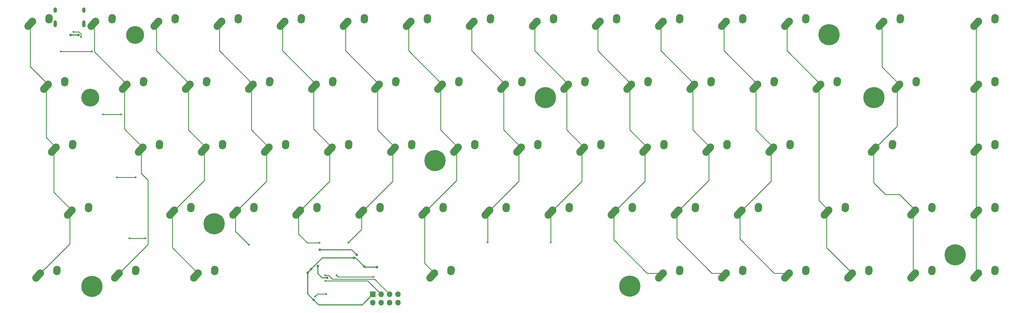
<source format=gtl>
G04 #@! TF.GenerationSoftware,KiCad,Pcbnew,(6.0.2)*
G04 #@! TF.CreationDate,2022-08-27T10:29:13-07:00*
G04 #@! TF.ProjectId,Alps68,416c7073-3638-42e6-9b69-6361645f7063,A*
G04 #@! TF.SameCoordinates,Original*
G04 #@! TF.FileFunction,Copper,L1,Top*
G04 #@! TF.FilePolarity,Positive*
%FSLAX46Y46*%
G04 Gerber Fmt 4.6, Leading zero omitted, Abs format (unit mm)*
G04 Created by KiCad (PCBNEW (6.0.2)) date 2022-08-27 10:29:13*
%MOMM*%
%LPD*%
G01*
G04 APERTURE LIST*
G04 Aperture macros list*
%AMHorizOval*
0 Thick line with rounded ends*
0 $1 width*
0 $2 $3 position (X,Y) of the first rounded end (center of the circle)*
0 $4 $5 position (X,Y) of the second rounded end (center of the circle)*
0 Add line between two ends*
20,1,$1,$2,$3,$4,$5,0*
0 Add two circle primitives to create the rounded ends*
1,1,$1,$2,$3*
1,1,$1,$4,$5*%
G04 Aperture macros list end*
G04 #@! TA.AperFunction,ComponentPad*
%ADD10C,2.250000*%
G04 #@! TD*
G04 #@! TA.AperFunction,ComponentPad*
%ADD11HorizOval,2.250000X0.655008X0.729993X-0.655008X-0.729993X0*%
G04 #@! TD*
G04 #@! TA.AperFunction,ComponentPad*
%ADD12HorizOval,2.250000X0.020004X0.290000X-0.020004X-0.290000X0*%
G04 #@! TD*
G04 #@! TA.AperFunction,ComponentPad*
%ADD13C,0.800000*%
G04 #@! TD*
G04 #@! TA.AperFunction,ComponentPad*
%ADD14C,6.400000*%
G04 #@! TD*
G04 #@! TA.AperFunction,ComponentPad*
%ADD15C,5.400000*%
G04 #@! TD*
G04 #@! TA.AperFunction,ComponentPad*
%ADD16O,1.000000X2.100000*%
G04 #@! TD*
G04 #@! TA.AperFunction,ComponentPad*
%ADD17O,1.000000X1.600000*%
G04 #@! TD*
G04 #@! TA.AperFunction,ComponentPad*
%ADD18R,1.700000X1.700000*%
G04 #@! TD*
G04 #@! TA.AperFunction,ComponentPad*
%ADD19O,1.700000X1.700000*%
G04 #@! TD*
G04 #@! TA.AperFunction,ViaPad*
%ADD20C,0.800000*%
G04 #@! TD*
G04 #@! TA.AperFunction,ViaPad*
%ADD21C,0.600000*%
G04 #@! TD*
G04 #@! TA.AperFunction,Conductor*
%ADD22C,0.300000*%
G04 #@! TD*
G04 #@! TA.AperFunction,Conductor*
%ADD23C,0.250000*%
G04 #@! TD*
G04 APERTURE END LIST*
D10*
X166025000Y-50260660D03*
D11*
X165370008Y-50990667D03*
D12*
X171045004Y-49470660D03*
D10*
X171065000Y-49180660D03*
X227937500Y-107410660D03*
D11*
X227282508Y-108140667D03*
D10*
X232977500Y-106330660D03*
D12*
X232957504Y-106620660D03*
D10*
X35056250Y-126460660D03*
D11*
X34401258Y-127190667D03*
D12*
X40076254Y-125670660D03*
D10*
X40096250Y-125380660D03*
X194600000Y-69310660D03*
D11*
X193945008Y-70040667D03*
D12*
X199620004Y-68520660D03*
D10*
X199640000Y-68230660D03*
X89825000Y-50260660D03*
D11*
X89170008Y-50990667D03*
D12*
X94845004Y-49470660D03*
D10*
X94865000Y-49180660D03*
D11*
X51070008Y-50990667D03*
D10*
X51725000Y-50260660D03*
X56765000Y-49180660D03*
D12*
X56745004Y-49470660D03*
D11*
X136795008Y-70040667D03*
D10*
X137450000Y-69310660D03*
D12*
X142470004Y-68520660D03*
D10*
X142490000Y-68230660D03*
D11*
X217757508Y-89090667D03*
D10*
X218412500Y-88360660D03*
X223452500Y-87280660D03*
D12*
X223432504Y-87570660D03*
D13*
X313087676Y-122717196D03*
X313087676Y-119123084D03*
X309693564Y-119123084D03*
X309693564Y-122717196D03*
D14*
X311390620Y-120920140D03*
D13*
X311390620Y-123320140D03*
X311390620Y-118520140D03*
D10*
X294612500Y-69310660D03*
D11*
X293957508Y-70040667D03*
D12*
X299632504Y-68520660D03*
D10*
X299652500Y-68230660D03*
X108875000Y-50260660D03*
D11*
X108220008Y-50990667D03*
D10*
X113915000Y-49180660D03*
D12*
X113895004Y-49470660D03*
D10*
X280325000Y-126460660D03*
D11*
X279670008Y-127190667D03*
D12*
X285345004Y-125670660D03*
D10*
X285365000Y-125380660D03*
X318425000Y-69310660D03*
D11*
X317770008Y-70040667D03*
D12*
X323445004Y-68520660D03*
D10*
X323465000Y-68230660D03*
D11*
X84407508Y-89090667D03*
D10*
X85062500Y-88360660D03*
X90102500Y-87280660D03*
D12*
X90082504Y-87570660D03*
D10*
X70775000Y-50260660D03*
D11*
X70120008Y-50990667D03*
D10*
X75815000Y-49180660D03*
D12*
X75795004Y-49470660D03*
D11*
X122507508Y-89090667D03*
D10*
X123162500Y-88360660D03*
D12*
X128182504Y-87570660D03*
D10*
X128202500Y-87280660D03*
X118400000Y-69310660D03*
D11*
X117745008Y-70040667D03*
D12*
X123420004Y-68520660D03*
D10*
X123440000Y-68230660D03*
D11*
X208232508Y-108140667D03*
D10*
X208887500Y-107410660D03*
X213927500Y-106330660D03*
D12*
X213907504Y-106620660D03*
D11*
X255857508Y-89090667D03*
D10*
X256512500Y-88360660D03*
X261552500Y-87280660D03*
D12*
X261532504Y-87570660D03*
D10*
X44581250Y-107410660D03*
D11*
X43926258Y-108140667D03*
D12*
X49601254Y-106620660D03*
D10*
X49621250Y-106330660D03*
D11*
X270145008Y-70040667D03*
D10*
X270800000Y-69310660D03*
X275840000Y-68230660D03*
D12*
X275820004Y-68520660D03*
D11*
X184420008Y-50990667D03*
D10*
X185075000Y-50260660D03*
X190115000Y-49180660D03*
D12*
X190095004Y-49470660D03*
D10*
X161262500Y-88360660D03*
D11*
X160607508Y-89090667D03*
D12*
X166282504Y-87570660D03*
D10*
X166302500Y-87280660D03*
X58868750Y-126460660D03*
D11*
X58213758Y-127190667D03*
D12*
X63888754Y-125670660D03*
D10*
X63908750Y-125380660D03*
D11*
X65357508Y-89090667D03*
D10*
X66012500Y-88360660D03*
D12*
X71032504Y-87570660D03*
D10*
X71052500Y-87280660D03*
X32675000Y-50260660D03*
D11*
X32020008Y-50990667D03*
D12*
X37695004Y-49470660D03*
D10*
X37715000Y-49180660D03*
D15*
X63659140Y-54347020D03*
D10*
X189837500Y-107410660D03*
D11*
X189182508Y-108140667D03*
D12*
X194857504Y-106620660D03*
D10*
X194877500Y-106330660D03*
D11*
X112982508Y-108140667D03*
D10*
X113637500Y-107410660D03*
D12*
X118657504Y-106620660D03*
D10*
X118677500Y-106330660D03*
X232700000Y-69310660D03*
D11*
X232045008Y-70040667D03*
D12*
X237720004Y-68520660D03*
D10*
X237740000Y-68230660D03*
D11*
X132032508Y-108140667D03*
D10*
X132687500Y-107410660D03*
X137727500Y-106330660D03*
D12*
X137707504Y-106620660D03*
D11*
X36782508Y-70040667D03*
D10*
X37437500Y-69310660D03*
X42477500Y-68230660D03*
D12*
X42457504Y-68520660D03*
D10*
X75537500Y-107410660D03*
D11*
X74882508Y-108140667D03*
D10*
X80577500Y-106330660D03*
D12*
X80557504Y-106620660D03*
D10*
X170787500Y-107410660D03*
D11*
X170132508Y-108140667D03*
D12*
X175807504Y-106620660D03*
D10*
X175827500Y-106330660D03*
D11*
X317770008Y-127190667D03*
D10*
X318425000Y-126460660D03*
D12*
X323445004Y-125670660D03*
D10*
X323465000Y-125380660D03*
X199362500Y-88360660D03*
D11*
X198707508Y-89090667D03*
D10*
X204402500Y-87280660D03*
D12*
X204382504Y-87570660D03*
D11*
X39163758Y-89090667D03*
D10*
X39818750Y-88360660D03*
D12*
X44838754Y-87570660D03*
D10*
X44858750Y-87280660D03*
D11*
X103457508Y-89090667D03*
D10*
X104112500Y-88360660D03*
X109152500Y-87280660D03*
D12*
X109132504Y-87570660D03*
D10*
X318425000Y-88360660D03*
D11*
X317770008Y-89090667D03*
D12*
X323445004Y-87570660D03*
D10*
X323465000Y-87280660D03*
X213650000Y-69310660D03*
D11*
X212995008Y-70040667D03*
D12*
X218670004Y-68520660D03*
D10*
X218690000Y-68230660D03*
X318425000Y-50260660D03*
D11*
X317770008Y-50990667D03*
D12*
X323445004Y-49470660D03*
D10*
X323465000Y-49180660D03*
X204125000Y-50260660D03*
D11*
X203470008Y-50990667D03*
D10*
X209165000Y-49180660D03*
D12*
X209145004Y-49470660D03*
D10*
X273181250Y-107410660D03*
D11*
X272526258Y-108140667D03*
D10*
X278221250Y-106330660D03*
D12*
X278201254Y-106620660D03*
D11*
X151082508Y-108140667D03*
D10*
X151737500Y-107410660D03*
X156777500Y-106330660D03*
D12*
X156757504Y-106620660D03*
D10*
X246987500Y-107410660D03*
D11*
X246332508Y-108140667D03*
D12*
X252007504Y-106620660D03*
D10*
X252027500Y-106330660D03*
X127925000Y-50260660D03*
D11*
X127270008Y-50990667D03*
D12*
X132945004Y-49470660D03*
D10*
X132965000Y-49180660D03*
X287468750Y-88360660D03*
D11*
X286813758Y-89090667D03*
D10*
X292508750Y-87280660D03*
D12*
X292488754Y-87570660D03*
D10*
X299375000Y-126460660D03*
D11*
X298720008Y-127190667D03*
D12*
X304395004Y-125670660D03*
D10*
X304415000Y-125380660D03*
D13*
X187600980Y-75710660D03*
X189298036Y-71513604D03*
D14*
X187600980Y-73310660D03*
D13*
X185903924Y-75107716D03*
X185903924Y-71513604D03*
X189298036Y-75107716D03*
X187600980Y-70910660D03*
D14*
X273366620Y-54301300D03*
D13*
X271669564Y-56098356D03*
X273366620Y-51901300D03*
X271669564Y-52504244D03*
X275063676Y-56098356D03*
X273366620Y-56701300D03*
X275063676Y-52504244D03*
X52341236Y-128638204D03*
X52341236Y-132232316D03*
X50644180Y-132835260D03*
X48947124Y-128638204D03*
X50644180Y-128035260D03*
D14*
X50644180Y-130435260D03*
D13*
X48947124Y-132232316D03*
D10*
X146975000Y-50260660D03*
D11*
X146320008Y-50990667D03*
D12*
X151995004Y-49470660D03*
D10*
X152015000Y-49180660D03*
D13*
X155973236Y-90563604D03*
D14*
X154276180Y-92360660D03*
D13*
X155973236Y-94157716D03*
X154276180Y-89960660D03*
X152579124Y-90563604D03*
X154276180Y-94760660D03*
X152579124Y-94157716D03*
D10*
X242225000Y-126460660D03*
D11*
X241570008Y-127190667D03*
D12*
X247245004Y-125670660D03*
D10*
X247265000Y-125380660D03*
D11*
X153463758Y-127190667D03*
D10*
X154118750Y-126460660D03*
D12*
X159138754Y-125670660D03*
D10*
X159158750Y-125380660D03*
D11*
X82026258Y-127190667D03*
D10*
X82681250Y-126460660D03*
X87721250Y-125380660D03*
D12*
X87701254Y-125670660D03*
D11*
X222520008Y-127190667D03*
D10*
X223175000Y-126460660D03*
X228215000Y-125380660D03*
D12*
X228195004Y-125670660D03*
D10*
X261275000Y-50260660D03*
D11*
X260620008Y-50990667D03*
D12*
X266295004Y-49470660D03*
D10*
X266315000Y-49180660D03*
X156500000Y-69310660D03*
D11*
X155845008Y-70040667D03*
D12*
X161520004Y-68520660D03*
D10*
X161540000Y-68230660D03*
D11*
X179657508Y-89090667D03*
D10*
X180312500Y-88360660D03*
D12*
X185332504Y-87570660D03*
D10*
X185352500Y-87280660D03*
X99350000Y-69310660D03*
D11*
X98695008Y-70040667D03*
D12*
X104370004Y-68520660D03*
D10*
X104390000Y-68230660D03*
X61250000Y-69310660D03*
D11*
X60595008Y-70040667D03*
D10*
X66290000Y-68230660D03*
D12*
X66270004Y-68520660D03*
D15*
X50146340Y-73320820D03*
D13*
X87570700Y-109056380D03*
X89267756Y-113253436D03*
D14*
X87570700Y-111456380D03*
D13*
X89267756Y-109659324D03*
X87570700Y-113856380D03*
X85873644Y-113253436D03*
X85873644Y-109659324D03*
D11*
X241570008Y-50990667D03*
D10*
X242225000Y-50260660D03*
X247265000Y-49180660D03*
D12*
X247245004Y-49470660D03*
D10*
X318425000Y-107410660D03*
D11*
X317770008Y-108140667D03*
D10*
X323465000Y-106330660D03*
D12*
X323445004Y-106620660D03*
D10*
X251750000Y-69310660D03*
D11*
X251095008Y-70040667D03*
D12*
X256770004Y-68520660D03*
D10*
X256790000Y-68230660D03*
D11*
X260620008Y-127190667D03*
D10*
X261275000Y-126460660D03*
D12*
X266295004Y-125670660D03*
D10*
X266315000Y-125380660D03*
X223175000Y-50260660D03*
D11*
X222520008Y-50990667D03*
D12*
X228195004Y-49470660D03*
D10*
X228215000Y-49180660D03*
D11*
X141557508Y-89090667D03*
D10*
X142212500Y-88360660D03*
X147252500Y-87280660D03*
D12*
X147232504Y-87570660D03*
D11*
X93932508Y-108140667D03*
D10*
X94587500Y-107410660D03*
D12*
X99607504Y-106620660D03*
D10*
X99627500Y-106330660D03*
D14*
X213102580Y-130343820D03*
D13*
X211405524Y-132140876D03*
X213102580Y-132743820D03*
X213102580Y-127943820D03*
X214799636Y-128546764D03*
X211405524Y-128546764D03*
X214799636Y-132140876D03*
D10*
X289850000Y-50260660D03*
D11*
X289195008Y-50990667D03*
D12*
X294870004Y-49470660D03*
D10*
X294890000Y-49180660D03*
D11*
X298720008Y-108140667D03*
D10*
X299375000Y-107410660D03*
D12*
X304395004Y-106620660D03*
D10*
X304415000Y-106330660D03*
D11*
X236807508Y-89090667D03*
D10*
X237462500Y-88360660D03*
D12*
X242482504Y-87570660D03*
D10*
X242502500Y-87280660D03*
D13*
X285146804Y-71478044D03*
X288540916Y-75072156D03*
X288540916Y-71478044D03*
X285146804Y-75072156D03*
X286843860Y-70875100D03*
D14*
X286843860Y-73275100D03*
D13*
X286843860Y-75675100D03*
D10*
X80300000Y-69310660D03*
D11*
X79645008Y-70040667D03*
D10*
X85340000Y-68230660D03*
D12*
X85320004Y-68520660D03*
D11*
X174895008Y-70040667D03*
D10*
X175550000Y-69310660D03*
D12*
X180570004Y-68520660D03*
D10*
X180590000Y-68230660D03*
D16*
X48192340Y-50979720D03*
D17*
X39552340Y-46799720D03*
X48192340Y-46799720D03*
D16*
X39552340Y-50979720D03*
D18*
X135527693Y-132859424D03*
D19*
X135527693Y-135399424D03*
X138067693Y-132859424D03*
X138067693Y-135399424D03*
X140607693Y-132859424D03*
X140607693Y-135399424D03*
X143147693Y-132859424D03*
X143147693Y-135399424D03*
D20*
X46604897Y-54343603D03*
X121695740Y-127804260D03*
X118900000Y-124300000D03*
X44196000Y-54356000D03*
X130650000Y-120900000D03*
X119500000Y-119350000D03*
D21*
X45093500Y-53450088D03*
X47361480Y-54949580D03*
X98044000Y-117856000D03*
X119390500Y-117231500D03*
X128087145Y-117163160D03*
X170180000Y-117114619D03*
X189230000Y-117114619D03*
D20*
X116836000Y-125253660D03*
X132965000Y-124491660D03*
X129800000Y-121820000D03*
X117598000Y-134524660D03*
X115814000Y-126275660D03*
X136719260Y-124661660D03*
D21*
X50649000Y-59360660D03*
X41251000Y-59360660D03*
X59462260Y-78410660D03*
X54050340Y-78410660D03*
X58216942Y-97460660D03*
X63857000Y-97460660D03*
X61960804Y-115940119D03*
X66787119Y-115940119D03*
X118034760Y-133528760D03*
X121412000Y-132715000D03*
X121158000Y-128739691D03*
X121071000Y-127040000D03*
X124571000Y-127080000D03*
X135760000Y-127565660D03*
D22*
X118900000Y-126555660D02*
X118900000Y-124300000D01*
X121695740Y-127804260D02*
X120148600Y-127804260D01*
X44208397Y-54343603D02*
X44196000Y-54356000D01*
X120148600Y-127804260D02*
X118900000Y-126555660D01*
X46604897Y-54343603D02*
X44208397Y-54343603D01*
X130650000Y-120900000D02*
X129100000Y-119350000D01*
X129100000Y-119350000D02*
X119500000Y-119350000D01*
D23*
X47361480Y-54949580D02*
X47361480Y-54075572D01*
X47361480Y-54075572D02*
X46735996Y-53450088D01*
X46735996Y-53450088D02*
X45093500Y-53450088D01*
X44581250Y-107410660D02*
X39112000Y-101941410D01*
X37437500Y-69310660D02*
X32000000Y-63873160D01*
X43938000Y-117578910D02*
X43938000Y-109537410D01*
X36826000Y-85367910D02*
X36826000Y-71469160D01*
X32000000Y-52355660D02*
X31365000Y-51720660D01*
X43938000Y-109537410D02*
X43271250Y-108870660D01*
X36826000Y-71469160D02*
X36127500Y-70770660D01*
X39818750Y-88360660D02*
X36826000Y-85367910D01*
X39112000Y-101941410D02*
X39112000Y-90423910D01*
X32000000Y-63873160D02*
X32000000Y-52355660D01*
X35056250Y-126460660D02*
X43938000Y-117578910D01*
X39112000Y-90423910D02*
X38508750Y-89820660D01*
X51373511Y-59434171D02*
X51373511Y-52679171D01*
X65532000Y-90650160D02*
X64702500Y-89820660D01*
X60448000Y-82796160D02*
X60448000Y-71278660D01*
X51373511Y-52679171D02*
X50415000Y-51720660D01*
X58868750Y-126460660D02*
X67560000Y-117769410D01*
X60448000Y-71278660D02*
X59940000Y-70770660D01*
X67560000Y-117769410D02*
X67560000Y-98294000D01*
X66012500Y-88360660D02*
X60448000Y-82796160D01*
X67560000Y-98294000D02*
X65532000Y-96266000D01*
X65532000Y-96266000D02*
X65532000Y-90650160D01*
X61250000Y-69310660D02*
X51373511Y-59434171D01*
X74926000Y-118705410D02*
X74926000Y-109569160D01*
X79752000Y-71532660D02*
X78990000Y-70770660D01*
X70100000Y-52355660D02*
X69465000Y-51720660D01*
X84578000Y-98370160D02*
X84578000Y-90646160D01*
X85062500Y-88360660D02*
X79752000Y-83050160D01*
X82681250Y-126460660D02*
X74926000Y-118705410D01*
X84578000Y-90646160D02*
X83752500Y-89820660D01*
X75537500Y-107410660D02*
X84578000Y-98370160D01*
X80300000Y-69310660D02*
X70100000Y-59110660D01*
X70100000Y-59110660D02*
X70100000Y-52355660D01*
X79752000Y-83050160D02*
X79752000Y-71532660D01*
X74926000Y-109569160D02*
X74227500Y-108870660D01*
X89150000Y-52355660D02*
X88515000Y-51720660D01*
X94587500Y-107410660D02*
X103374000Y-98624160D01*
X98802000Y-83050160D02*
X98802000Y-71532660D01*
X93980000Y-110236000D02*
X93980000Y-113792000D01*
X104112500Y-88360660D02*
X98802000Y-83050160D01*
X103374000Y-98624160D02*
X103374000Y-90392160D01*
X98802000Y-71532660D02*
X98040000Y-70770660D01*
X93980000Y-110236000D02*
X93980000Y-109573160D01*
X89150000Y-59110660D02*
X89150000Y-52355660D01*
X98044000Y-117856000D02*
X93980000Y-113792000D01*
X103374000Y-90392160D02*
X102802500Y-89820660D01*
X99350000Y-69310660D02*
X89150000Y-59110660D01*
X93980000Y-109573160D02*
X93277500Y-108870660D01*
X113637500Y-107410660D02*
X122424000Y-98624160D01*
X113030000Y-114554000D02*
X115707500Y-117231500D01*
X113030000Y-109573160D02*
X113030000Y-114554000D01*
X123162500Y-88360660D02*
X117598000Y-82796160D01*
X118400000Y-69310660D02*
X108200000Y-59110660D01*
X117598000Y-71278660D02*
X117090000Y-70770660D01*
X108200000Y-52355660D02*
X107565000Y-51720660D01*
X108200000Y-59110660D02*
X108200000Y-52355660D01*
X115707500Y-117231500D02*
X119390500Y-117231500D01*
X122424000Y-90392160D02*
X121852500Y-89820660D01*
X122424000Y-98624160D02*
X122424000Y-90392160D01*
X117598000Y-82796160D02*
X117598000Y-71278660D01*
X112327500Y-108870660D02*
X113030000Y-109573160D01*
X141474000Y-90392160D02*
X140902500Y-89820660D01*
X132687500Y-107410660D02*
X141474000Y-98624160D01*
X136902000Y-83050160D02*
X136902000Y-71532660D01*
X132076000Y-113174305D02*
X132076000Y-109569160D01*
X141474000Y-98624160D02*
X141474000Y-90392160D01*
X137450000Y-69310660D02*
X127250000Y-59110660D01*
X127250000Y-52355660D02*
X126615000Y-51720660D01*
X136902000Y-71532660D02*
X136140000Y-70770660D01*
X128087145Y-117163160D02*
X132076000Y-113174305D01*
X132076000Y-109569160D02*
X131377500Y-108870660D01*
X127250000Y-59110660D02*
X127250000Y-52355660D01*
X142212500Y-88360660D02*
X136902000Y-83050160D01*
X146300000Y-59110660D02*
X146300000Y-52355660D01*
X161262500Y-88360660D02*
X155952000Y-83050160D01*
X160778000Y-98370160D02*
X160778000Y-90646160D01*
X160778000Y-90646160D02*
X159952500Y-89820660D01*
X155952000Y-83050160D02*
X155952000Y-71532660D01*
X151126000Y-109569160D02*
X150427500Y-108870660D01*
X154118750Y-126460660D02*
X151126000Y-123467910D01*
X155952000Y-71532660D02*
X155190000Y-70770660D01*
X156500000Y-69310660D02*
X146300000Y-59110660D01*
X146300000Y-52355660D02*
X145665000Y-51720660D01*
X151126000Y-123467910D02*
X151126000Y-109569160D01*
X151737500Y-107410660D02*
X160778000Y-98370160D01*
X170176000Y-109569160D02*
X170176000Y-111791660D01*
X170176000Y-111791660D02*
X170176000Y-117014619D01*
X170176000Y-117014619D02*
X170176000Y-117110619D01*
X175550000Y-69310660D02*
X165350000Y-59110660D01*
X165350000Y-52355660D02*
X164715000Y-51720660D01*
X169477500Y-108870660D02*
X170176000Y-109569160D01*
X180312500Y-88360660D02*
X175002000Y-83050160D01*
X175002000Y-71532660D02*
X174240000Y-70770660D01*
X175002000Y-83050160D02*
X175002000Y-71532660D01*
X170787500Y-107410660D02*
X179574000Y-98624160D01*
X179574000Y-90392160D02*
X179002500Y-89820660D01*
X170176000Y-117110619D02*
X170180000Y-117114619D01*
X179574000Y-98624160D02*
X179574000Y-90392160D01*
X165350000Y-59110660D02*
X165350000Y-52355660D01*
X189226000Y-111537660D02*
X189226000Y-117014619D01*
X189226000Y-109569160D02*
X188527500Y-108870660D01*
X184400000Y-52355660D02*
X183765000Y-51720660D01*
X194600000Y-69310660D02*
X184400000Y-59110660D01*
X198624000Y-90392160D02*
X198052500Y-89820660D01*
X189837500Y-107410660D02*
X198624000Y-98624160D01*
X194052000Y-71532660D02*
X193290000Y-70770660D01*
X184400000Y-59110660D02*
X184400000Y-52355660D01*
X199362500Y-88360660D02*
X194052000Y-83050160D01*
X189226000Y-111537660D02*
X189226000Y-109569160D01*
X189226000Y-117014619D02*
X189226000Y-117110619D01*
X189226000Y-117110619D02*
X189230000Y-117114619D01*
X194052000Y-83050160D02*
X194052000Y-71532660D01*
X198624000Y-98624160D02*
X198624000Y-90392160D01*
X213102000Y-83050160D02*
X213102000Y-71532660D01*
X213102000Y-71532660D02*
X212340000Y-70770660D01*
X218412500Y-88360660D02*
X213102000Y-83050160D01*
X223175000Y-126460660D02*
X218373000Y-126460660D01*
X203450000Y-52355660D02*
X202815000Y-51720660D01*
X203450000Y-59110660D02*
X203450000Y-52355660D01*
X208276000Y-116363660D02*
X208276000Y-109569160D01*
X208887500Y-107410660D02*
X217674000Y-98624160D01*
X217674000Y-98624160D02*
X217674000Y-90392160D01*
X217674000Y-90392160D02*
X217102500Y-89820660D01*
X213650000Y-69310660D02*
X203450000Y-59110660D01*
X218373000Y-126460660D02*
X208276000Y-116363660D01*
X208276000Y-109569160D02*
X207577500Y-108870660D01*
X236978000Y-90646160D02*
X236152500Y-89820660D01*
X232700000Y-69310660D02*
X222500000Y-59110660D01*
X227326000Y-115855660D02*
X227326000Y-109569160D01*
X237931000Y-126460660D02*
X227326000Y-115855660D01*
X242225000Y-126460660D02*
X237931000Y-126460660D01*
X236978000Y-98370160D02*
X236978000Y-90646160D01*
X227326000Y-109569160D02*
X226627500Y-108870660D01*
X232152000Y-83050160D02*
X232152000Y-71532660D01*
X222500000Y-52355660D02*
X221865000Y-51720660D01*
X227937500Y-107410660D02*
X236978000Y-98370160D01*
X222500000Y-59110660D02*
X222500000Y-52355660D01*
X232152000Y-71532660D02*
X231390000Y-70770660D01*
X237462500Y-88360660D02*
X232152000Y-83050160D01*
X251202000Y-83050160D02*
X251202000Y-71532660D01*
X255774000Y-90392160D02*
X255202500Y-89820660D01*
X251750000Y-69310660D02*
X241550000Y-59110660D01*
X241550000Y-52355660D02*
X240915000Y-51720660D01*
X246376000Y-116109660D02*
X246376000Y-109569160D01*
X246987500Y-107410660D02*
X255774000Y-98624160D01*
X255774000Y-98624160D02*
X255774000Y-90392160D01*
X256727000Y-126460660D02*
X246376000Y-116109660D01*
X251202000Y-71532660D02*
X250440000Y-70770660D01*
X241550000Y-59110660D02*
X241550000Y-52355660D01*
X256512500Y-88360660D02*
X251202000Y-83050160D01*
X246376000Y-109569160D02*
X245677500Y-108870660D01*
X261275000Y-126460660D02*
X256727000Y-126460660D01*
X273181250Y-107410660D02*
X270252000Y-104481410D01*
X270252000Y-104481410D02*
X270252000Y-71532660D01*
X270800000Y-69310660D02*
X260600000Y-59110660D01*
X272538000Y-109537410D02*
X271871250Y-108870660D01*
X270252000Y-71532660D02*
X269490000Y-70770660D01*
X280325000Y-126460660D02*
X272538000Y-118673660D01*
X260600000Y-52355660D02*
X259965000Y-51720660D01*
X272538000Y-118673660D02*
X272538000Y-109537410D01*
X260600000Y-59110660D02*
X260600000Y-52355660D01*
X298700000Y-109505660D02*
X298700000Y-125785660D01*
X286762000Y-99091660D02*
X290318000Y-102647660D01*
X286158750Y-89820660D02*
X286762000Y-90423910D01*
X298700000Y-125785660D02*
X299375000Y-126460660D01*
X294612500Y-69310660D02*
X289302000Y-64000160D01*
X293874000Y-71342160D02*
X293302500Y-70770660D01*
X289302000Y-64000160D02*
X289302000Y-52482660D01*
X290318000Y-102647660D02*
X294612000Y-102647660D01*
X298065000Y-108870660D02*
X298700000Y-109505660D01*
X294612000Y-102647660D02*
X299375000Y-107410660D01*
X289302000Y-52482660D02*
X288540000Y-51720660D01*
X286762000Y-90423910D02*
X286762000Y-99091660D01*
X293874000Y-81955410D02*
X293874000Y-71342160D01*
X287468750Y-88360660D02*
X293874000Y-81955410D01*
X317750000Y-90455660D02*
X317115000Y-89820660D01*
X317750000Y-125785660D02*
X318425000Y-126460660D01*
X318425000Y-107410660D02*
X317750000Y-106735660D01*
X317115000Y-108870660D02*
X317750000Y-109505660D01*
X317750000Y-68635660D02*
X317750000Y-52355660D01*
X317750000Y-87685660D02*
X318425000Y-88360660D01*
X317750000Y-71405660D02*
X317750000Y-87685660D01*
X317750000Y-52355660D02*
X317115000Y-51720660D01*
X317750000Y-106735660D02*
X317750000Y-90455660D01*
X317750000Y-109505660D02*
X317750000Y-125785660D01*
X317115000Y-70770660D02*
X317750000Y-71405660D01*
X318425000Y-69310660D02*
X317750000Y-68635660D01*
D22*
X130298000Y-121824660D02*
X129663000Y-121824660D01*
X119119000Y-136045660D02*
X132341457Y-136045660D01*
X117598000Y-134524660D02*
X119119000Y-136045660D01*
X116836000Y-125253660D02*
X120265000Y-121824660D01*
X115814000Y-126275660D02*
X115814000Y-132740660D01*
X132965000Y-124491660D02*
X130298000Y-121824660D01*
X115814000Y-126275660D02*
X116836000Y-125253660D01*
X120265000Y-121824660D02*
X129663000Y-121824660D01*
X132341457Y-136045660D02*
X135527693Y-132859424D01*
X136719260Y-124661660D02*
X133135000Y-124661660D01*
X115814000Y-132740660D02*
X117598000Y-134524660D01*
X133135000Y-124661660D02*
X132965000Y-124491660D01*
D23*
X41251000Y-59360660D02*
X50649000Y-59360660D01*
X59462260Y-78410660D02*
X54050340Y-78410660D01*
X63857000Y-97460660D02*
X58216942Y-97460660D01*
X61960804Y-115940119D02*
X66787119Y-115940119D01*
X118848520Y-132715000D02*
X121412000Y-132715000D01*
X118034760Y-133528760D02*
X118848520Y-132715000D01*
X121158000Y-128739691D02*
X133947959Y-128739691D01*
X138067693Y-132859424D02*
X133947959Y-128739691D01*
X121071000Y-127040000D02*
X122096423Y-127040000D01*
X122096423Y-127040000D02*
X123317000Y-128260577D01*
X123317000Y-128270000D02*
X123337171Y-128290171D01*
X136038440Y-128290171D02*
X140607693Y-132859424D01*
X123317000Y-128260577D02*
X123317000Y-128270000D01*
X123337171Y-128290171D02*
X136038440Y-128290171D01*
X135760000Y-127565660D02*
X125056660Y-127565660D01*
X125056660Y-127565660D02*
X124571000Y-127080000D01*
M02*

</source>
